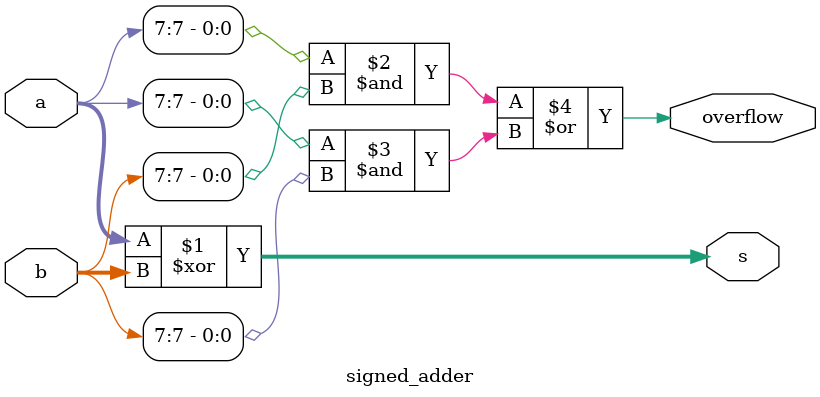
<source format=v>

module signed_adder(input [7:0] a,
    input [7:0] b,
    output [7:0] s,
    output overflow
); 

// The numbers a and b are added to the output s. 
// assign the occurence of the signed overflow of a and b to the output overflow.
// a signed overflow occurs if the most significant bits of a and b are low and the most significant bit of s is high
// a signed overflow may also occur if the most significant bits of a and b are high and the most significant bit of s is low


assign s = a ^ b;
assign overflow = (a[7] & b[7]) | (a[7] & b[7]);

endmodule

</source>
